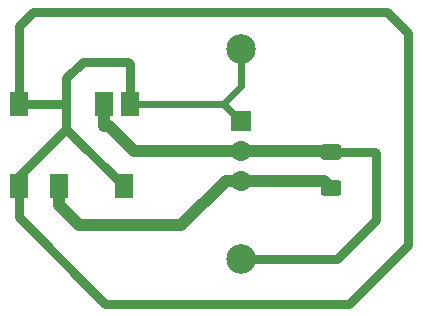
<source format=gbr>
%TF.GenerationSoftware,KiCad,Pcbnew,(5.99.0-8821-g31003c6e09)*%
%TF.CreationDate,2021-03-07T11:32:37-07:00*%
%TF.ProjectId,testPCB,74657374-5043-4422-9e6b-696361645f70,rev?*%
%TF.SameCoordinates,Original*%
%TF.FileFunction,Copper,L1,Top*%
%TF.FilePolarity,Positive*%
%FSLAX46Y46*%
G04 Gerber Fmt 4.6, Leading zero omitted, Abs format (unit mm)*
G04 Created by KiCad (PCBNEW (5.99.0-8821-g31003c6e09)) date 2021-03-07 11:32:37*
%MOMM*%
%LPD*%
G01*
G04 APERTURE LIST*
G04 Aperture macros list*
%AMRoundRect*
0 Rectangle with rounded corners*
0 $1 Rounding radius*
0 $2 $3 $4 $5 $6 $7 $8 $9 X,Y pos of 4 corners*
0 Add a 4 corners polygon primitive as box body*
4,1,4,$2,$3,$4,$5,$6,$7,$8,$9,$2,$3,0*
0 Add four circle primitives for the rounded corners*
1,1,$1+$1,$2,$3*
1,1,$1+$1,$4,$5*
1,1,$1+$1,$6,$7*
1,1,$1+$1,$8,$9*
0 Add four rect primitives between the rounded corners*
20,1,$1+$1,$2,$3,$4,$5,0*
20,1,$1+$1,$4,$5,$6,$7,0*
20,1,$1+$1,$6,$7,$8,$9,0*
20,1,$1+$1,$8,$9,$2,$3,0*%
G04 Aperture macros list end*
%TA.AperFunction,SMDPad,CuDef*%
%ADD10RoundRect,0.250000X0.625000X-0.400000X0.625000X0.400000X-0.625000X0.400000X-0.625000X-0.400000X0*%
%TD*%
%TA.AperFunction,ComponentPad*%
%ADD11R,1.700000X1.700000*%
%TD*%
%TA.AperFunction,ComponentPad*%
%ADD12O,1.700000X1.700000*%
%TD*%
%TA.AperFunction,SMDPad,CuDef*%
%ADD13R,1.500000X2.000000*%
%TD*%
%TA.AperFunction,ViaPad*%
%ADD14C,2.500000*%
%TD*%
%TA.AperFunction,Conductor*%
%ADD15C,0.800000*%
%TD*%
%TA.AperFunction,Conductor*%
%ADD16C,1.000000*%
%TD*%
%TA.AperFunction,Conductor*%
%ADD17C,0.600000*%
%TD*%
G04 APERTURE END LIST*
D10*
%TO.P,R1,1*%
%TO.N,Net-(J1-Pad3)*%
X-180060600Y-318338800D03*
%TO.P,R1,2*%
%TO.N,Net-(J1-Pad4)*%
X-180060600Y-315238800D03*
%TD*%
D11*
%TO.P,J2,1,Pin_1*%
%TO.N,GND*%
X-187756800Y-312648600D03*
D12*
%TO.P,J2,2,Pin_2*%
%TO.N,Net-(J1-Pad4)*%
X-187756800Y-315188600D03*
%TO.P,J2,3,Pin_3*%
%TO.N,Net-(J1-Pad3)*%
X-187756800Y-317728600D03*
%TD*%
D13*
%TO.P,J1,1,Pin_1*%
%TO.N,GND*%
X-206519800Y-318180600D03*
%TO.P,J1,2,Pin_2*%
X-206519800Y-311180600D03*
%TO.P,J1,3,Pin_3*%
%TO.N,Net-(J1-Pad3)*%
X-203119800Y-318180600D03*
%TO.P,J1,4,Pin_4*%
%TO.N,Net-(J1-Pad4)*%
X-199319800Y-311180600D03*
%TO.P,J1,5,Pin_5*%
%TO.N,GND*%
X-197119800Y-311180600D03*
%TO.P,J1,6,Pin_6*%
X-197619800Y-318180600D03*
%TD*%
D14*
%TO.N,Net-(J1-Pad4)*%
X-187756800Y-324307200D03*
%TO.N,GND*%
X-187731400Y-306552600D03*
%TD*%
D15*
%TO.N,Net-(J1-Pad4)*%
X-176301400Y-321056000D02*
X-176301400Y-315315600D01*
D16*
X-198895368Y-313055000D02*
X-199313800Y-313055000D01*
D15*
X-179552600Y-324307200D02*
X-176301400Y-321056000D01*
D16*
X-187756800Y-315188600D02*
X-180110800Y-315188600D01*
D15*
X-176301400Y-315315600D02*
X-176378200Y-315238800D01*
X-187756800Y-324307200D02*
X-179552600Y-324307200D01*
D16*
X-187756800Y-315188600D02*
X-196761768Y-315188600D01*
X-180110800Y-315188600D02*
X-180060600Y-315238800D01*
X-199319800Y-313049000D02*
X-199319800Y-311180600D01*
X-199313800Y-313055000D02*
X-199319800Y-313049000D01*
D15*
X-176378200Y-315238800D02*
X-180060600Y-315238800D01*
D16*
X-196761768Y-315188600D02*
X-198895368Y-313055000D01*
%TO.N,Net-(J1-Pad3)*%
X-192760600Y-321487800D02*
X-201422000Y-321487800D01*
X-180670800Y-317728600D02*
X-180060600Y-318338800D01*
X-187756800Y-317728600D02*
X-189001400Y-317728600D01*
X-187756800Y-317728600D02*
X-180670800Y-317728600D01*
X-203119800Y-319790000D02*
X-203119800Y-318180600D01*
X-189001400Y-317728600D02*
X-192760600Y-321487800D01*
X-201422000Y-321487800D02*
X-203119800Y-319790000D01*
D15*
%TO.N,GND*%
X-206519800Y-320809600D02*
X-206519800Y-318180600D01*
X-206519800Y-318180600D02*
X-206519800Y-317291800D01*
X-201117200Y-307644800D02*
X-197281800Y-307644800D01*
X-197119800Y-307806800D02*
X-197119800Y-311180600D01*
D17*
X-189224800Y-311180600D02*
X-187731400Y-309687200D01*
X-187731400Y-309687200D02*
X-187731400Y-306552600D01*
D15*
X-206519800Y-317291800D02*
X-202514200Y-313286200D01*
X-202514200Y-313286200D02*
X-202514200Y-310896000D01*
X-206519800Y-311180600D02*
X-206519800Y-304589200D01*
X-173583600Y-305181000D02*
X-173583600Y-323113400D01*
X-202514200Y-310896000D02*
X-202514200Y-309041800D01*
X-206519800Y-304589200D02*
X-205359000Y-303428400D01*
X-175336200Y-303428400D02*
X-173583600Y-305181000D01*
X-202514200Y-309041800D02*
X-201117200Y-307644800D01*
X-173583600Y-323113400D02*
X-178587400Y-328117200D01*
X-199212200Y-328117200D02*
X-206519800Y-320809600D01*
X-197619800Y-318180600D02*
X-202514200Y-313286200D01*
D17*
X-187756800Y-312648600D02*
X-189224800Y-311180600D01*
D15*
X-197281800Y-307644800D02*
X-197119800Y-307806800D01*
X-202798800Y-311180600D02*
X-202514200Y-310896000D01*
X-205359000Y-303428400D02*
X-175336200Y-303428400D01*
X-206519800Y-311180600D02*
X-202798800Y-311180600D01*
X-178587400Y-328117200D02*
X-199212200Y-328117200D01*
D17*
X-189224800Y-311180600D02*
X-197119800Y-311180600D01*
%TD*%
M02*

</source>
